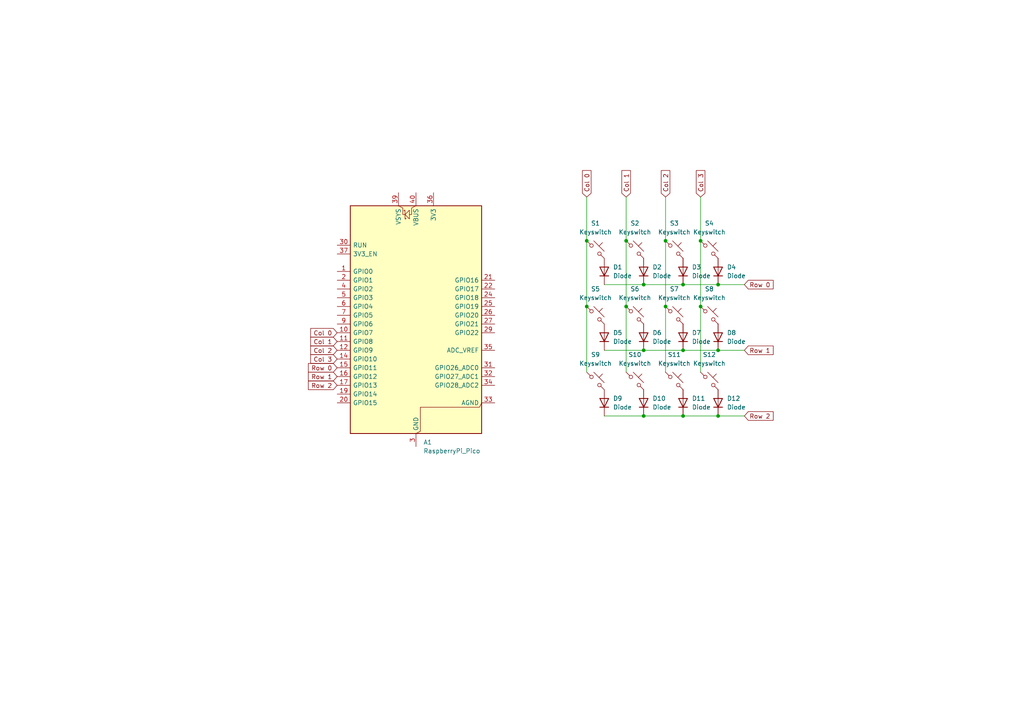
<source format=kicad_sch>
(kicad_sch (version 20250114) (generator "eeschema") (generator_version "9.0")
  (paper "A4")
  (lib_symbols
    (symbol "MCU_Module:RaspberryPi_Pico" (pin_names (offset 0.762))
      (property "Reference" "A" (at -19.05 35.56 0))
      (property "Value" "RaspberryPi_Pico" (at 7.62 35.56 0))
      (symbol "RaspberryPi_Pico_0_1"
        (rectangle (start -19.05 34.29) (end 19.05 -31.75) (stroke (width 0.254)) (fill (type background)))
        (polyline (pts (xy -5.08 34.29) (xy -3.81 33.655) (xy -3.81 31.75) (xy -3.175 31.75)))
        (polyline (pts (xy -3.429 32.766) (xy -3.429 33.02) (xy -3.175 33.02) (xy -3.175 30.48) (xy -2.921 30.48) (xy -2.921 30.734)))
        (polyline (pts (xy -3.175 31.75) (xy -1.905 33.02) (xy -1.905 30.48) (xy -3.175 31.75)))
        (polyline (pts (xy 0 34.29) (xy -1.27 33.655) (xy -1.27 31.75) (xy -1.905 31.75)))
        (polyline (pts (xy 0 -31.75) (xy 1.27 -31.115) (xy 1.27 -24.13) (xy 18.415 -24.13) (xy 19.05 -22.86)))
      )
      (symbol "RaspberryPi_Pico_1_1"
        (pin passive line (at -22.86 22.86 0) (length 3.81) (name "RUN") (number "30"))
        (pin passive line (at -22.86 20.32 0) (length 3.81) (name "3V3_EN") (number "37"))
        (pin bidirectional line (at -22.86 15.24 0) (length 3.81) (name "GPIO0") (number "1"))
        (pin bidirectional line (at -22.86 12.7 0) (length 3.81) (name "GPIO1") (number "2"))
        (pin bidirectional line (at -22.86 10.16 0) (length 3.81) (name "GPIO2") (number "4"))
        (pin bidirectional line (at -22.86 7.62 0) (length 3.81) (name "GPIO3") (number "5"))
        (pin bidirectional line (at -22.86 5.08 0) (length 3.81) (name "GPIO4") (number "6"))
        (pin bidirectional line (at -22.86 2.54 0) (length 3.81) (name "GPIO5") (number "7"))
        (pin bidirectional line (at -22.86 0 0) (length 3.81) (name "GPIO6") (number "9"))
        (pin bidirectional line (at -22.86 -2.54 0) (length 3.81) (name "GPIO7") (number "10"))
        (pin bidirectional line (at -22.86 -5.08 0) (length 3.81) (name "GPIO8") (number "11"))
        (pin bidirectional line (at -22.86 -7.62 0) (length 3.81) (name "GPIO9") (number "12"))
        (pin bidirectional line (at -22.86 -10.16 0) (length 3.81) (name "GPIO10") (number "14"))
        (pin bidirectional line (at -22.86 -12.7 0) (length 3.81) (name "GPIO11") (number "15"))
        (pin bidirectional line (at -22.86 -15.24 0) (length 3.81) (name "GPIO12") (number "16"))
        (pin bidirectional line (at -22.86 -17.78 0) (length 3.81) (name "GPIO13") (number "17"))
        (pin bidirectional line (at -22.86 -20.32 0) (length 3.81) (name "GPIO14") (number "19"))
        (pin bidirectional line (at -22.86 -22.86 0) (length 3.81) (name "GPIO15") (number "20"))
        (pin power_in line (at -5.08 38.1 270) (length 3.81) (name "VSYS") (number "39"))
        (pin power_out line (at 0 38.1 270) (length 3.81) (name "VBUS") (number "40"))
        (pin passive line (at 0 -35.56 90) (length 3.81) (hide yes) (name "GND") (number "13"))
        (pin passive line (at 0 -35.56 90) (length 3.81) (hide yes) (name "GND") (number "18"))
        (pin passive line (at 0 -35.56 90) (length 3.81) (hide yes) (name "GND") (number "23"))
        (pin passive line (at 0 -35.56 90) (length 3.81) (hide yes) (name "GND") (number "28"))
        (pin power_out line (at 0 -35.56 90) (length 3.81) (name "GND") (number "3"))
        (pin passive line (at 0 -35.56 90) (length 3.81) (hide yes) (name "GND") (number "38"))
        (pin passive line (at 0 -35.56 90) (length 3.81) (hide yes) (name "GND") (number "8"))
        (pin power_out line (at 5.08 38.1 270) (length 3.81) (name "3V3") (number "36"))
        (pin bidirectional line (at 22.86 12.7 180) (length 3.81) (name "GPIO16") (number "21"))
        (pin bidirectional line (at 22.86 10.16 180) (length 3.81) (name "GPIO17") (number "22"))
        (pin bidirectional line (at 22.86 7.62 180) (length 3.81) (name "GPIO18") (number "24"))
        (pin bidirectional line (at 22.86 5.08 180) (length 3.81) (name "GPIO19") (number "25"))
        (pin bidirectional line (at 22.86 2.54 180) (length 3.81) (name "GPIO20") (number "26"))
        (pin bidirectional line (at 22.86 0 180) (length 3.81) (name "GPIO21") (number "27"))
        (pin bidirectional line (at 22.86 -2.54 180) (length 3.81) (name "GPIO22") (number "29"))
        (pin power_in line (at 22.86 -7.62 180) (length 3.81) (name "ADC_VREF") (number "35"))
        (pin bidirectional line (at 22.86 -12.7 180) (length 3.81) (name "GPIO26_ADC0") (number "31"))
        (pin bidirectional line (at 22.86 -15.24 180) (length 3.81) (name "GPIO27_ADC1") (number "32"))
        (pin bidirectional line (at 22.86 -17.78 180) (length 3.81) (name "GPIO28_ADC2") (number "34"))
        (pin power_out line (at 22.86 -22.86 180) (length 3.81) (name "AGND") (number "33"))
      )
    )
    (symbol "ScottoKeebs:Placeholder_Diode" (pin_numbers (hide yes)) (pin_names (hide yes))
      (property "Reference" "D" (at 0 2.54 0))
      (property "Value" "Diode" (at 0 -2.54 0))
      (symbol "Placeholder_Diode_0_1"
        (polyline (pts (xy -1.27 1.27) (xy -1.27 -1.27)) (stroke (width 0.254)))
        (polyline (pts (xy 1.27 1.27) (xy 1.27 -1.27) (xy -1.27 0) (xy 1.27 1.27)) (stroke (width 0.254)))
        (polyline (pts (xy 1.27 0) (xy -1.27 0)))
      )
      (symbol "Placeholder_Diode_1_1"
        (pin passive line (at -3.81 0 0) (length 2.54) (name "K") (number "1"))
        (pin passive line (at 3.81 0 180) (length 2.54) (name "A") (number "2"))
      )
    )
    (symbol "ScottoKeebs:Placeholder_Keyswitch" (pin_numbers (hide yes)) (pin_names (offset 1.016) (hide yes))
      (property "Reference" "S" (at 3.048 1.016 0))
      (property "Value" "Keyswitch" (at 0 -3.81 0))
      (symbol "Placeholder_Keyswitch_0_1"
        (polyline (pts (xy -2.54 2.54) (xy -1.524 1.524) (xy -1.524 1.524)))
        (circle (center -1.1684 1.1684) (radius 0.508))
        (polyline (pts (xy -0.508 2.54) (xy 2.54 -0.508)))
        (polyline (pts (xy 1.016 1.016) (xy 2.032 2.032)))
        (circle (center 1.143 -1.1938) (radius 0.508))
        (polyline (pts (xy 1.524 -1.524) (xy 2.54 -2.54) (xy 2.54 -2.54) (xy 2.54 -2.54)))
        (pin passive line (at -2.54 2.54 0) (length 0) (name "1") (number "1"))
        (pin passive line (at 2.54 -2.54 180) (length 0) (name "2") (number "2"))
      )
    )
  )
  (junction (at 186.69 82.55))
  (junction (at 198.12 82.55))
  (junction (at 181.61 88.9))
  (junction (at 198.12 101.6))
  (junction (at 186.69 101.6))
  (junction (at 208.28 101.6))
  (junction (at 170.18 88.9))
  (junction (at 208.28 120.65))
  (junction (at 208.28 82.55))
  (junction (at 203.2 69.85))
  (junction (at 203.2 88.9))
  (junction (at 198.12 120.65))
  (junction (at 186.69 120.65))
  (junction (at 193.04 88.9))
  (junction (at 193.04 69.85))
  (junction (at 181.61 69.85))
  (junction (at 170.18 69.85))
  (wire (pts (xy 175.26 120.65) (xy 186.69 120.65)))
  (wire (pts (xy 208.28 120.65) (xy 215.9 120.65)))
  (wire (pts (xy 175.26 82.55) (xy 186.69 82.55)))
  (wire (pts (xy 193.04 69.85) (xy 193.04 88.9)))
  (wire (pts (xy 175.26 101.6) (xy 186.69 101.6)))
  (wire (pts (xy 186.69 82.55) (xy 198.12 82.55)))
  (wire (pts (xy 208.28 101.6) (xy 215.9 101.6)))
  (wire (pts (xy 181.61 57.15) (xy 181.61 69.85)))
  (wire (pts (xy 181.61 88.9) (xy 181.61 107.95)))
  (wire (pts (xy 193.04 57.15) (xy 193.04 69.85)))
  (wire (pts (xy 215.9 82.55) (xy 208.28 82.55)))
  (wire (pts (xy 181.61 69.85) (xy 181.61 88.9)))
  (wire (pts (xy 198.12 82.55) (xy 208.28 82.55)))
  (wire (pts (xy 186.69 101.6) (xy 198.12 101.6)))
  (wire (pts (xy 198.12 120.65) (xy 208.28 120.65)))
  (wire (pts (xy 193.04 88.9) (xy 193.04 107.95)))
  (wire (pts (xy 186.69 120.65) (xy 198.12 120.65)))
  (wire (pts (xy 203.2 69.85) (xy 203.2 88.9)))
  (wire (pts (xy 170.18 57.15) (xy 170.18 69.85)))
  (wire (pts (xy 203.2 57.15) (xy 203.2 69.85)))
  (wire (pts (xy 170.18 88.9) (xy 170.18 107.95)))
  (wire (pts (xy 198.12 101.6) (xy 208.28 101.6)))
  (wire (pts (xy 203.2 88.9) (xy 203.2 107.95)))
  (wire (pts (xy 170.18 69.85) (xy 170.18 88.9)))
  (global_label "Col 0" (shape input) (at 170.18 57.15 90) (property "Intersheetrefs" "${INTERSHEET_REFS}" (effects (hide yes))))
  (global_label "Col 2" (shape input) (at 97.79 101.6 180) (property "Intersheetrefs" "${INTERSHEET_REFS}" (effects (hide yes))))
  (global_label "Row 0" (shape input) (at 215.9 82.55 0) (property "Intersheetrefs" "${INTERSHEET_REFS}" (effects (hide yes))))
  (global_label "Col 0" (shape input) (at 97.79 96.52 180) (property "Intersheetrefs" "${INTERSHEET_REFS}" (effects (hide yes))))
  (global_label "Row 1" (shape input) (at 215.9 101.6 0) (property "Intersheetrefs" "${INTERSHEET_REFS}" (effects (hide yes))))
  (global_label "Col 3" (shape input) (at 203.2 57.15 90) (property "Intersheetrefs" "${INTERSHEET_REFS}" (effects (hide yes))))
  (global_label "Row 2" (shape input) (at 97.79 111.76 180) (property "Intersheetrefs" "${INTERSHEET_REFS}" (effects (hide yes))))
  (global_label "Col 3" (shape input) (at 97.79 104.14 180) (property "Intersheetrefs" "${INTERSHEET_REFS}" (effects (hide yes))))
  (global_label "Row 1" (shape input) (at 97.79 109.22 180) (property "Intersheetrefs" "${INTERSHEET_REFS}" (effects (hide yes))))
  (global_label "Col 1" (shape input) (at 181.61 57.15 90) (property "Intersheetrefs" "${INTERSHEET_REFS}" (effects (hide yes))))
  (global_label "Row 0" (shape input) (at 97.79 106.68 180) (property "Intersheetrefs" "${INTERSHEET_REFS}" (effects (hide yes))))
  (global_label "Col 1" (shape input) (at 97.79 99.06 180) (property "Intersheetrefs" "${INTERSHEET_REFS}" (effects (hide yes))))
  (global_label "Row 2" (shape input) (at 215.9 120.65 0) (property "Intersheetrefs" "${INTERSHEET_REFS}" (effects (hide yes))))
  (global_label "Col 2" (shape input) (at 193.04 57.15 90) (property "Intersheetrefs" "${INTERSHEET_REFS}" (effects (hide yes))))
  (symbol (lib_id "ScottoKeebs:Placeholder_Diode") (at 175.26 78.74 90) (unit 1)
    (property "Reference" "D1" (at 177.8 77.4699 90) (effects (justify right)))
    (property "Value" "Diode" (at 177.8 80.0099 90) (effects (justify right)))
    (property "Description" "1N4148 (DO-35) or 1N4148W (SOD-123)" (effects (hide yes)))
    (property "Sim.Device" "D" (effects (hide yes)))
    (property "Sim.Pins" "1=K 2=A" (effects (hide yes)))
  )
  (symbol (lib_id "ScottoKeebs:Placeholder_Keyswitch") (at 184.15 91.44 0) (unit 1)
    (property "Reference" "S6" (at 184.15 83.82 0))
    (property "Value" "Keyswitch" (at 184.15 86.36 0))
    (property "Description" "Push button switch, normally open, two pins, 45° tilted" (effects (hide yes)))
  )
  (symbol (lib_id "ScottoKeebs:Placeholder_Keyswitch") (at 184.15 110.49 0) (unit 1)
    (property "Reference" "S10" (at 184.15 102.87 0))
    (property "Value" "Keyswitch" (at 184.15 105.41 0))
    (property "Description" "Push button switch, normally open, two pins, 45° tilted" (effects (hide yes)))
  )
  (symbol (lib_id "ScottoKeebs:Placeholder_Diode") (at 198.12 78.74 90) (unit 1)
    (property "Reference" "D3" (at 200.66 77.4699 90) (effects (justify right)))
    (property "Value" "Diode" (at 200.66 80.0099 90) (effects (justify right)))
    (property "Description" "1N4148 (DO-35) or 1N4148W (SOD-123)" (effects (hide yes)))
    (property "Sim.Device" "D" (effects (hide yes)))
    (property "Sim.Pins" "1=K 2=A" (effects (hide yes)))
  )
  (symbol (lib_id "ScottoKeebs:Placeholder_Keyswitch") (at 205.74 72.39 0) (unit 1)
    (property "Reference" "S4" (at 205.74 64.77 0))
    (property "Value" "Keyswitch" (at 205.74 67.31 0))
    (property "Description" "Push button switch, normally open, two pins, 45° tilted" (effects (hide yes)))
  )
  (symbol (lib_id "ScottoKeebs:Placeholder_Diode") (at 175.26 97.79 90) (unit 1)
    (property "Reference" "D5" (at 177.8 96.5199 90) (effects (justify right)))
    (property "Value" "Diode" (at 177.8 99.0599 90) (effects (justify right)))
    (property "Description" "1N4148 (DO-35) or 1N4148W (SOD-123)" (effects (hide yes)))
    (property "Sim.Device" "D" (effects (hide yes)))
    (property "Sim.Pins" "1=K 2=A" (effects (hide yes)))
  )
  (symbol (lib_id "ScottoKeebs:Placeholder_Diode") (at 208.28 116.84 90) (unit 1)
    (property "Reference" "D12" (at 210.82 115.5699 90) (effects (justify right)))
    (property "Value" "Diode" (at 210.82 118.1099 90) (effects (justify right)))
    (property "Description" "1N4148 (DO-35) or 1N4148W (SOD-123)" (effects (hide yes)))
    (property "Sim.Device" "D" (effects (hide yes)))
    (property "Sim.Pins" "1=K 2=A" (effects (hide yes)))
  )
  (symbol (lib_id "ScottoKeebs:Placeholder_Keyswitch") (at 205.74 91.44 0) (unit 1)
    (property "Reference" "S8" (at 205.74 83.82 0))
    (property "Value" "Keyswitch" (at 205.74 86.36 0))
    (property "Description" "Push button switch, normally open, two pins, 45° tilted" (effects (hide yes)))
  )
  (symbol (lib_id "MCU_Module:RaspberryPi_Pico") (at 120.65 93.98 0) (unit 1)
    (property "Reference" "A1" (at 122.7933 128.27 0) (effects (justify left)))
    (property "Value" "RaspberryPi_Pico" (at 122.7933 130.81 0) (effects (justify left)))
    (property "Footprint" "Module:RaspberryPi_Pico_Common_Unspecified" (effects (hide yes)))
    (property "Datasheet" "https://datasheets.raspberrypi.com/pico/pico-datasheet.pdf" (effects (hide yes)))
    (property "Description" "Versatile and inexpensive microcontroller module powered by RP2040 dual-core Arm Cortex-M0+ processor up to 133 MHz, 264kB SRAM, 2MB QSPI flash; also supports Raspberry Pi Pico 2" (effects (hide yes)))
  )
  (symbol (lib_id "ScottoKeebs:Placeholder_Diode") (at 198.12 116.84 90) (unit 1)
    (property "Reference" "D11" (at 200.66 115.5699 90) (effects (justify right)))
    (property "Value" "Diode" (at 200.66 118.1099 90) (effects (justify right)))
    (property "Description" "1N4148 (DO-35) or 1N4148W (SOD-123)" (effects (hide yes)))
    (property "Sim.Device" "D" (effects (hide yes)))
    (property "Sim.Pins" "1=K 2=A" (effects (hide yes)))
  )
  (symbol (lib_id "ScottoKeebs:Placeholder_Keyswitch") (at 195.58 72.39 0) (unit 1)
    (property "Reference" "S3" (at 195.58 64.77 0))
    (property "Value" "Keyswitch" (at 195.58 67.31 0))
    (property "Description" "Push button switch, normally open, two pins, 45° tilted" (effects (hide yes)))
  )
  (symbol (lib_id "ScottoKeebs:Placeholder_Keyswitch") (at 195.58 91.44 0) (unit 1)
    (property "Reference" "S7" (at 195.58 83.82 0))
    (property "Value" "Keyswitch" (at 195.58 86.36 0))
    (property "Description" "Push button switch, normally open, two pins, 45° tilted" (effects (hide yes)))
  )
  (symbol (lib_id "ScottoKeebs:Placeholder_Keyswitch") (at 195.58 110.49 0) (unit 1)
    (property "Reference" "S11" (at 195.58 102.87 0))
    (property "Value" "Keyswitch" (at 195.58 105.41 0))
    (property "Description" "Push button switch, normally open, two pins, 45° tilted" (effects (hide yes)))
  )
  (symbol (lib_id "ScottoKeebs:Placeholder_Keyswitch") (at 172.72 110.49 0) (unit 1)
    (property "Reference" "S9" (at 172.72 102.87 0))
    (property "Value" "Keyswitch" (at 172.72 105.41 0))
    (property "Description" "Push button switch, normally open, two pins, 45° tilted" (effects (hide yes)))
  )
  (symbol (lib_id "ScottoKeebs:Placeholder_Keyswitch") (at 172.72 72.39 0) (unit 1)
    (property "Reference" "S1" (at 172.72 64.77 0))
    (property "Value" "Keyswitch" (at 172.72 67.31 0))
    (property "Description" "Push button switch, normally open, two pins, 45° tilted" (effects (hide yes)))
  )
  (symbol (lib_id "ScottoKeebs:Placeholder_Keyswitch") (at 205.74 110.49 0) (unit 1)
    (property "Reference" "S12" (at 205.74 102.87 0))
    (property "Value" "Keyswitch" (at 205.74 105.41 0))
    (property "Description" "Push button switch, normally open, two pins, 45° tilted" (effects (hide yes)))
  )
  (symbol (lib_id "ScottoKeebs:Placeholder_Diode") (at 175.26 116.84 90) (unit 1)
    (property "Reference" "D9" (at 177.8 115.5699 90) (effects (justify right)))
    (property "Value" "Diode" (at 177.8 118.1099 90) (effects (justify right)))
    (property "Description" "1N4148 (DO-35) or 1N4148W (SOD-123)" (effects (hide yes)))
    (property "Sim.Device" "D" (effects (hide yes)))
    (property "Sim.Pins" "1=K 2=A" (effects (hide yes)))
  )
  (symbol (lib_id "ScottoKeebs:Placeholder_Diode") (at 186.69 97.79 90) (unit 1)
    (property "Reference" "D6" (at 189.23 96.5199 90) (effects (justify right)))
    (property "Value" "Diode" (at 189.23 99.0599 90) (effects (justify right)))
    (property "Description" "1N4148 (DO-35) or 1N4148W (SOD-123)" (effects (hide yes)))
    (property "Sim.Device" "D" (effects (hide yes)))
    (property "Sim.Pins" "1=K 2=A" (effects (hide yes)))
  )
  (symbol (lib_id "ScottoKeebs:Placeholder_Keyswitch") (at 172.72 91.44 0) (unit 1)
    (property "Reference" "S5" (at 172.72 83.82 0))
    (property "Value" "Keyswitch" (at 172.72 86.36 0))
    (property "Description" "Push button switch, normally open, two pins, 45° tilted" (effects (hide yes)))
  )
  (symbol (lib_id "ScottoKeebs:Placeholder_Diode") (at 208.28 78.74 90) (unit 1)
    (property "Reference" "D4" (at 210.82 77.4699 90) (effects (justify right)))
    (property "Value" "Diode" (at 210.82 80.0099 90) (effects (justify right)))
    (property "Description" "1N4148 (DO-35) or 1N4148W (SOD-123)" (effects (hide yes)))
    (property "Sim.Device" "D" (effects (hide yes)))
    (property "Sim.Pins" "1=K 2=A" (effects (hide yes)))
  )
  (symbol (lib_id "ScottoKeebs:Placeholder_Keyswitch") (at 184.15 72.39 0) (unit 1)
    (property "Reference" "S2" (at 184.15 64.77 0))
    (property "Value" "Keyswitch" (at 184.15 67.31 0))
    (property "Description" "Push button switch, normally open, two pins, 45° tilted" (effects (hide yes)))
  )
  (symbol (lib_id "ScottoKeebs:Placeholder_Diode") (at 208.28 97.79 90) (unit 1)
    (property "Reference" "D8" (at 210.82 96.5199 90) (effects (justify right)))
    (property "Value" "Diode" (at 210.82 99.0599 90) (effects (justify right)))
    (property "Description" "1N4148 (DO-35) or 1N4148W (SOD-123)" (effects (hide yes)))
    (property "Sim.Device" "D" (effects (hide yes)))
    (property "Sim.Pins" "1=K 2=A" (effects (hide yes)))
  )
  (symbol (lib_id "ScottoKeebs:Placeholder_Diode") (at 198.12 97.79 90) (unit 1)
    (property "Reference" "D7" (at 200.66 96.5199 90) (effects (justify right)))
    (property "Value" "Diode" (at 200.66 99.0599 90) (effects (justify right)))
    (property "Description" "1N4148 (DO-35) or 1N4148W (SOD-123)" (effects (hide yes)))
    (property "Sim.Device" "D" (effects (hide yes)))
    (property "Sim.Pins" "1=K 2=A" (effects (hide yes)))
  )
  (symbol (lib_id "ScottoKeebs:Placeholder_Diode") (at 186.69 78.74 90) (unit 1)
    (property "Reference" "D2" (at 189.23 77.4699 90) (effects (justify right)))
    (property "Value" "Diode" (at 189.23 80.0099 90) (effects (justify right)))
    (property "Description" "1N4148 (DO-35) or 1N4148W (SOD-123)" (effects (hide yes)))
    (property "Sim.Device" "D" (effects (hide yes)))
    (property "Sim.Pins" "1=K 2=A" (effects (hide yes)))
  )
  (symbol (lib_id "ScottoKeebs:Placeholder_Diode") (at 186.69 116.84 90) (unit 1)
    (property "Reference" "D10" (at 189.23 115.5699 90) (effects (justify right)))
    (property "Value" "Diode" (at 189.23 118.1099 90) (effects (justify right)))
    (property "Description" "1N4148 (DO-35) or 1N4148W (SOD-123)" (effects (hide yes)))
    (property "Sim.Device" "D" (effects (hide yes)))
    (property "Sim.Pins" "1=K 2=A" (effects (hide yes)))
  )
)
</source>
